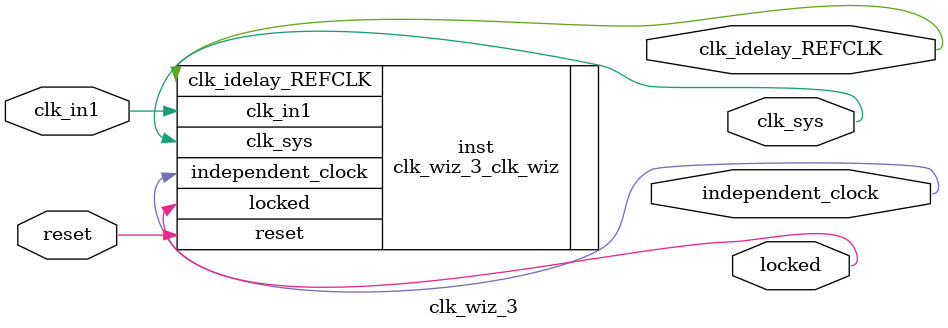
<source format=v>


`timescale 1ps/1ps

(* CORE_GENERATION_INFO = "clk_wiz_3,clk_wiz_v6_0_12_0_0,{component_name=clk_wiz_3,use_phase_alignment=true,use_min_o_jitter=false,use_max_i_jitter=false,use_dyn_phase_shift=false,use_inclk_switchover=false,use_dyn_reconfig=false,enable_axi=0,feedback_source=FDBK_AUTO,PRIMITIVE=MMCM,num_out_clk=3,clkin1_period=20.000,clkin2_period=10.0,use_power_down=false,use_reset=true,use_locked=true,use_inclk_stopped=false,feedback_type=SINGLE,CLOCK_MGR_TYPE=NA,manual_override=false}" *)

module clk_wiz_3 
 (
  // Clock out ports
  output        clk_idelay_REFCLK,
  output        independent_clock,
  output        clk_sys,
  // Status and control signals
  input         reset,
  output        locked,
 // Clock in ports
  input         clk_in1
 );

  clk_wiz_3_clk_wiz inst
  (
  // Clock out ports  
  .clk_idelay_REFCLK(clk_idelay_REFCLK),
  .independent_clock(independent_clock),
  .clk_sys(clk_sys),
  // Status and control signals               
  .reset(reset), 
  .locked(locked),
 // Clock in ports
  .clk_in1(clk_in1)
  );

endmodule

</source>
